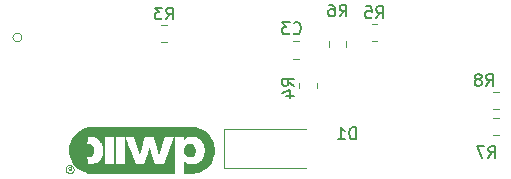
<source format=gbr>
%TF.GenerationSoftware,KiCad,Pcbnew,6.0.11-2627ca5db0~126~ubuntu22.04.1*%
%TF.CreationDate,2023-02-14T21:50:32-05:00*%
%TF.ProjectId,qwiic-interface,71776969-632d-4696-9e74-657266616365,2.0*%
%TF.SameCoordinates,Original*%
%TF.FileFunction,Legend,Bot*%
%TF.FilePolarity,Positive*%
%FSLAX46Y46*%
G04 Gerber Fmt 4.6, Leading zero omitted, Abs format (unit mm)*
G04 Created by KiCad (PCBNEW 6.0.11-2627ca5db0~126~ubuntu22.04.1) date 2023-02-14 21:50:32*
%MOMM*%
%LPD*%
G01*
G04 APERTURE LIST*
%ADD10C,0.150000*%
%ADD11C,0.120000*%
G04 APERTURE END LIST*
D10*
%TO.C,D1*%
X144238095Y-72352380D02*
X144238095Y-71352380D01*
X144000000Y-71352380D01*
X143857142Y-71400000D01*
X143761904Y-71495238D01*
X143714285Y-71590476D01*
X143666666Y-71780952D01*
X143666666Y-71923809D01*
X143714285Y-72114285D01*
X143761904Y-72209523D01*
X143857142Y-72304761D01*
X144000000Y-72352380D01*
X144238095Y-72352380D01*
X142714285Y-72352380D02*
X143285714Y-72352380D01*
X143000000Y-72352380D02*
X143000000Y-71352380D01*
X143095238Y-71495238D01*
X143190476Y-71590476D01*
X143285714Y-71638095D01*
%TO.C,R6*%
X142866666Y-61952380D02*
X143200000Y-61476190D01*
X143438095Y-61952380D02*
X143438095Y-60952380D01*
X143057142Y-60952380D01*
X142961904Y-61000000D01*
X142914285Y-61047619D01*
X142866666Y-61142857D01*
X142866666Y-61285714D01*
X142914285Y-61380952D01*
X142961904Y-61428571D01*
X143057142Y-61476190D01*
X143438095Y-61476190D01*
X142009523Y-60952380D02*
X142200000Y-60952380D01*
X142295238Y-61000000D01*
X142342857Y-61047619D01*
X142438095Y-61190476D01*
X142485714Y-61380952D01*
X142485714Y-61761904D01*
X142438095Y-61857142D01*
X142390476Y-61904761D01*
X142295238Y-61952380D01*
X142104761Y-61952380D01*
X142009523Y-61904761D01*
X141961904Y-61857142D01*
X141914285Y-61761904D01*
X141914285Y-61523809D01*
X141961904Y-61428571D01*
X142009523Y-61380952D01*
X142104761Y-61333333D01*
X142295238Y-61333333D01*
X142390476Y-61380952D01*
X142438095Y-61428571D01*
X142485714Y-61523809D01*
%TO.C,C3*%
X138966666Y-63357142D02*
X139014285Y-63404761D01*
X139157142Y-63452380D01*
X139252380Y-63452380D01*
X139395238Y-63404761D01*
X139490476Y-63309523D01*
X139538095Y-63214285D01*
X139585714Y-63023809D01*
X139585714Y-62880952D01*
X139538095Y-62690476D01*
X139490476Y-62595238D01*
X139395238Y-62500000D01*
X139252380Y-62452380D01*
X139157142Y-62452380D01*
X139014285Y-62500000D01*
X138966666Y-62547619D01*
X138633333Y-62452380D02*
X138014285Y-62452380D01*
X138347619Y-62833333D01*
X138204761Y-62833333D01*
X138109523Y-62880952D01*
X138061904Y-62928571D01*
X138014285Y-63023809D01*
X138014285Y-63261904D01*
X138061904Y-63357142D01*
X138109523Y-63404761D01*
X138204761Y-63452380D01*
X138490476Y-63452380D01*
X138585714Y-63404761D01*
X138633333Y-63357142D01*
%TO.C,R8*%
X155266666Y-67852380D02*
X155600000Y-67376190D01*
X155838095Y-67852380D02*
X155838095Y-66852380D01*
X155457142Y-66852380D01*
X155361904Y-66900000D01*
X155314285Y-66947619D01*
X155266666Y-67042857D01*
X155266666Y-67185714D01*
X155314285Y-67280952D01*
X155361904Y-67328571D01*
X155457142Y-67376190D01*
X155838095Y-67376190D01*
X154695238Y-67280952D02*
X154790476Y-67233333D01*
X154838095Y-67185714D01*
X154885714Y-67090476D01*
X154885714Y-67042857D01*
X154838095Y-66947619D01*
X154790476Y-66900000D01*
X154695238Y-66852380D01*
X154504761Y-66852380D01*
X154409523Y-66900000D01*
X154361904Y-66947619D01*
X154314285Y-67042857D01*
X154314285Y-67090476D01*
X154361904Y-67185714D01*
X154409523Y-67233333D01*
X154504761Y-67280952D01*
X154695238Y-67280952D01*
X154790476Y-67328571D01*
X154838095Y-67376190D01*
X154885714Y-67471428D01*
X154885714Y-67661904D01*
X154838095Y-67757142D01*
X154790476Y-67804761D01*
X154695238Y-67852380D01*
X154504761Y-67852380D01*
X154409523Y-67804761D01*
X154361904Y-67757142D01*
X154314285Y-67661904D01*
X154314285Y-67471428D01*
X154361904Y-67376190D01*
X154409523Y-67328571D01*
X154504761Y-67280952D01*
%TO.C,R5*%
X145966666Y-62102380D02*
X146300000Y-61626190D01*
X146538095Y-62102380D02*
X146538095Y-61102380D01*
X146157142Y-61102380D01*
X146061904Y-61150000D01*
X146014285Y-61197619D01*
X145966666Y-61292857D01*
X145966666Y-61435714D01*
X146014285Y-61530952D01*
X146061904Y-61578571D01*
X146157142Y-61626190D01*
X146538095Y-61626190D01*
X145061904Y-61102380D02*
X145538095Y-61102380D01*
X145585714Y-61578571D01*
X145538095Y-61530952D01*
X145442857Y-61483333D01*
X145204761Y-61483333D01*
X145109523Y-61530952D01*
X145061904Y-61578571D01*
X145014285Y-61673809D01*
X145014285Y-61911904D01*
X145061904Y-62007142D01*
X145109523Y-62054761D01*
X145204761Y-62102380D01*
X145442857Y-62102380D01*
X145538095Y-62054761D01*
X145585714Y-62007142D01*
%TO.C,R3*%
X128166666Y-62202380D02*
X128500000Y-61726190D01*
X128738095Y-62202380D02*
X128738095Y-61202380D01*
X128357142Y-61202380D01*
X128261904Y-61250000D01*
X128214285Y-61297619D01*
X128166666Y-61392857D01*
X128166666Y-61535714D01*
X128214285Y-61630952D01*
X128261904Y-61678571D01*
X128357142Y-61726190D01*
X128738095Y-61726190D01*
X127833333Y-61202380D02*
X127214285Y-61202380D01*
X127547619Y-61583333D01*
X127404761Y-61583333D01*
X127309523Y-61630952D01*
X127261904Y-61678571D01*
X127214285Y-61773809D01*
X127214285Y-62011904D01*
X127261904Y-62107142D01*
X127309523Y-62154761D01*
X127404761Y-62202380D01*
X127690476Y-62202380D01*
X127785714Y-62154761D01*
X127833333Y-62107142D01*
%TO.C,R4*%
X139002380Y-67833333D02*
X138526190Y-67500000D01*
X139002380Y-67261904D02*
X138002380Y-67261904D01*
X138002380Y-67642857D01*
X138050000Y-67738095D01*
X138097619Y-67785714D01*
X138192857Y-67833333D01*
X138335714Y-67833333D01*
X138430952Y-67785714D01*
X138478571Y-67738095D01*
X138526190Y-67642857D01*
X138526190Y-67261904D01*
X138335714Y-68690476D02*
X139002380Y-68690476D01*
X137954761Y-68452380D02*
X138669047Y-68214285D01*
X138669047Y-68833333D01*
%TO.C,R7*%
X155466666Y-73952380D02*
X155800000Y-73476190D01*
X156038095Y-73952380D02*
X156038095Y-72952380D01*
X155657142Y-72952380D01*
X155561904Y-73000000D01*
X155514285Y-73047619D01*
X155466666Y-73142857D01*
X155466666Y-73285714D01*
X155514285Y-73380952D01*
X155561904Y-73428571D01*
X155657142Y-73476190D01*
X156038095Y-73476190D01*
X155133333Y-72952380D02*
X154466666Y-72952380D01*
X154895238Y-73952380D01*
D11*
%TO.C,D1*%
X133100000Y-71450000D02*
X140000000Y-71450000D01*
X133100000Y-74750000D02*
X133100000Y-71450000D01*
X133100000Y-74750000D02*
X140000000Y-74750000D01*
%TO.C,J1*%
X115968800Y-63740001D02*
G75*
G03*
X115968800Y-63740001I-381000J0D01*
G01*
%TO.C,G\u002A\u002A\u002A*%
G36*
X125327760Y-75294949D02*
G01*
X121723301Y-75290456D01*
X121577787Y-75256992D01*
X121511560Y-75240929D01*
X121282442Y-75170522D01*
X121073643Y-75080848D01*
X120881541Y-74969893D01*
X120702515Y-74835644D01*
X120532944Y-74676088D01*
X120468150Y-74605841D01*
X120316492Y-74413616D01*
X120193007Y-74211296D01*
X120097428Y-73998217D01*
X120060825Y-73877264D01*
X121520152Y-73877264D01*
X121524207Y-74179225D01*
X121528263Y-74481185D01*
X121670791Y-74483357D01*
X121740522Y-74483301D01*
X121888558Y-74473380D01*
X121966356Y-74458680D01*
X123006053Y-74458680D01*
X123756201Y-74458680D01*
X123906231Y-74458680D01*
X124656378Y-74458680D01*
X124656378Y-72172924D01*
X124761399Y-72172924D01*
X124762358Y-72176205D01*
X124771627Y-72203022D01*
X124790117Y-72254971D01*
X124817059Y-72329930D01*
X124851682Y-72425776D01*
X124893217Y-72540387D01*
X124940895Y-72671642D01*
X124993946Y-72817418D01*
X125051600Y-72975593D01*
X125113088Y-73144044D01*
X125177639Y-73320650D01*
X125593880Y-74458680D01*
X125969045Y-74458662D01*
X126344211Y-74458645D01*
X126560776Y-73753296D01*
X126567681Y-73730830D01*
X126610237Y-73593355D01*
X126650230Y-73465813D01*
X126686783Y-73350887D01*
X126719022Y-73251261D01*
X126746069Y-73169618D01*
X126767049Y-73108642D01*
X126781085Y-73071018D01*
X126787301Y-73059428D01*
X126787459Y-73059653D01*
X126794327Y-73077711D01*
X126809063Y-73121436D01*
X126830767Y-73188005D01*
X126858540Y-73274598D01*
X126891482Y-73378394D01*
X126928693Y-73496572D01*
X126969273Y-73626313D01*
X127012321Y-73764794D01*
X127227382Y-74458680D01*
X127979532Y-74458164D01*
X128809288Y-72170730D01*
X128432966Y-72166716D01*
X128387162Y-72166284D01*
X128264550Y-72165882D01*
X128170354Y-72166927D01*
X128103397Y-72169459D01*
X128062502Y-72173513D01*
X128046491Y-72179129D01*
X128045019Y-72182716D01*
X128035793Y-72210678D01*
X128019290Y-72263600D01*
X127996335Y-72338746D01*
X127967753Y-72433379D01*
X127934368Y-72544761D01*
X127897005Y-72670157D01*
X127856487Y-72806828D01*
X127813641Y-72952038D01*
X127794917Y-73015488D01*
X127753143Y-73155898D01*
X127714046Y-73285758D01*
X127678439Y-73402461D01*
X127647137Y-73503396D01*
X127620952Y-73585954D01*
X127600699Y-73647526D01*
X127587191Y-73685502D01*
X127581242Y-73697274D01*
X127577751Y-73688487D01*
X127566400Y-73653487D01*
X127548327Y-73594717D01*
X127524417Y-73515151D01*
X127495555Y-73417762D01*
X127462627Y-73305525D01*
X127426517Y-73181414D01*
X127388111Y-73048403D01*
X127365850Y-72971065D01*
X127326615Y-72834958D01*
X127289211Y-72705456D01*
X127254715Y-72586265D01*
X127224200Y-72481093D01*
X127198740Y-72393643D01*
X127179410Y-72327623D01*
X127167285Y-72286738D01*
X127129888Y-72162699D01*
X126767936Y-72166715D01*
X126405983Y-72170730D01*
X126334015Y-72418279D01*
X126321243Y-72462211D01*
X126257987Y-72679727D01*
X126202463Y-72870430D01*
X126154137Y-73036008D01*
X126112475Y-73178148D01*
X126076944Y-73298538D01*
X126047010Y-73398866D01*
X126022139Y-73480817D01*
X126001797Y-73546080D01*
X125985450Y-73596342D01*
X125972565Y-73633291D01*
X125962608Y-73658612D01*
X125955044Y-73673995D01*
X125949341Y-73681126D01*
X125944964Y-73681692D01*
X125941380Y-73677381D01*
X125938054Y-73669880D01*
X125937058Y-73667172D01*
X125927736Y-73638375D01*
X125911065Y-73584364D01*
X125887921Y-73508064D01*
X125859181Y-73412401D01*
X125825721Y-73300299D01*
X125788417Y-73174685D01*
X125748147Y-73038484D01*
X125705786Y-72894622D01*
X125490861Y-72163228D01*
X125126130Y-72163228D01*
X125051598Y-72163433D01*
X124957990Y-72164327D01*
X124878092Y-72165831D01*
X124815978Y-72167838D01*
X124775723Y-72170238D01*
X124761399Y-72172924D01*
X124656378Y-72172924D01*
X124656378Y-72163228D01*
X123906231Y-72163228D01*
X123906231Y-74458680D01*
X123756201Y-74458680D01*
X123756201Y-72163228D01*
X123006053Y-72163228D01*
X123006053Y-74458680D01*
X121966356Y-74458680D01*
X122023355Y-74447910D01*
X122154806Y-74404633D01*
X122292804Y-74341288D01*
X122395942Y-74280602D01*
X122528169Y-74174264D01*
X122639063Y-74047284D01*
X122727186Y-73901117D01*
X122749802Y-73854168D01*
X122786463Y-73770678D01*
X122812950Y-73694904D01*
X122830828Y-73619322D01*
X122841665Y-73536404D01*
X122847027Y-73438624D01*
X122848481Y-73318456D01*
X122846435Y-73193817D01*
X122838716Y-73083694D01*
X122823640Y-72988184D01*
X122799532Y-72899523D01*
X122764714Y-72809946D01*
X122717510Y-72711685D01*
X122693826Y-72669040D01*
X122610372Y-72551248D01*
X122507114Y-72440846D01*
X122391484Y-72345154D01*
X122270909Y-72271496D01*
X122244154Y-72258417D01*
X122119289Y-72206065D01*
X121996286Y-72170945D01*
X121865129Y-72150740D01*
X121715799Y-72143134D01*
X121528263Y-72140724D01*
X121524207Y-72452035D01*
X121520152Y-72763346D01*
X121636730Y-72763676D01*
X121702389Y-72766503D01*
X121788686Y-72783063D01*
X121863427Y-72817564D01*
X121936316Y-72873563D01*
X122005203Y-72954933D01*
X122055902Y-73054932D01*
X122087947Y-73167864D01*
X122101174Y-73288307D01*
X122095418Y-73410835D01*
X122070513Y-73530025D01*
X122026295Y-73640453D01*
X121962598Y-73736694D01*
X121917673Y-73782655D01*
X121846304Y-73829614D01*
X121760010Y-73858169D01*
X121652779Y-73870923D01*
X121520152Y-73877264D01*
X120060825Y-73877264D01*
X120029488Y-73773713D01*
X119988920Y-73537120D01*
X119975457Y-73287771D01*
X119976224Y-73225571D01*
X119993605Y-72999332D01*
X120034988Y-72785665D01*
X120101830Y-72578507D01*
X120195590Y-72371795D01*
X120225444Y-72316073D01*
X120356636Y-72109895D01*
X120509507Y-71923936D01*
X120682893Y-71759089D01*
X120875626Y-71616246D01*
X121086544Y-71496299D01*
X121314480Y-71400139D01*
X121558268Y-71328659D01*
X121568591Y-71326357D01*
X121582019Y-71323781D01*
X121597644Y-71321383D01*
X121616496Y-71319155D01*
X121639605Y-71317092D01*
X121668000Y-71315187D01*
X121702712Y-71313434D01*
X121744771Y-71311827D01*
X121795207Y-71310359D01*
X121855050Y-71309024D01*
X121925329Y-71307816D01*
X122007074Y-71306728D01*
X122101316Y-71305755D01*
X122209085Y-71304889D01*
X122331410Y-71304125D01*
X122469322Y-71303456D01*
X122623850Y-71302876D01*
X122796024Y-71302379D01*
X122986875Y-71301958D01*
X123197432Y-71301607D01*
X123428725Y-71301320D01*
X123681785Y-71301090D01*
X123957641Y-71300911D01*
X124257322Y-71300777D01*
X124581860Y-71300682D01*
X124932284Y-71300618D01*
X125309624Y-71300581D01*
X125714910Y-71300563D01*
X126149172Y-71300558D01*
X130620052Y-71300558D01*
X130781693Y-71341614D01*
X130879377Y-71368641D01*
X131107500Y-71451330D01*
X131318181Y-71557568D01*
X131513682Y-71688602D01*
X131696268Y-71845680D01*
X131857447Y-72018229D01*
X132001490Y-72212829D01*
X132118505Y-72420282D01*
X132208740Y-72641099D01*
X132272439Y-72875794D01*
X132309849Y-73124879D01*
X132316603Y-73346464D01*
X132295959Y-73574736D01*
X132248514Y-73804446D01*
X132174940Y-74031096D01*
X132134268Y-74128057D01*
X132025006Y-74334120D01*
X131891941Y-74524844D01*
X131737348Y-74698538D01*
X131563499Y-74853511D01*
X131372669Y-74988069D01*
X131167133Y-75100521D01*
X130949164Y-75189176D01*
X130721037Y-75252341D01*
X130485026Y-75288325D01*
X130468673Y-75289333D01*
X130420897Y-75291004D01*
X130351235Y-75292633D01*
X130264714Y-75294126D01*
X130166358Y-75295388D01*
X130061192Y-75296324D01*
X129697371Y-75298846D01*
X129697371Y-74176747D01*
X129786224Y-74263690D01*
X129805138Y-74281594D01*
X129925341Y-74371648D01*
X130061240Y-74436425D01*
X130211876Y-74475560D01*
X130376288Y-74488686D01*
X130531992Y-74479259D01*
X130704023Y-74443592D01*
X130867601Y-74380591D01*
X130994967Y-74305237D01*
X131117510Y-74201092D01*
X131223052Y-74075939D01*
X131307851Y-73933577D01*
X131340957Y-73862770D01*
X131377714Y-73770394D01*
X131404761Y-73678894D01*
X131424980Y-73577981D01*
X131441251Y-73457368D01*
X131449523Y-73329927D01*
X131443287Y-73159980D01*
X131419059Y-72992271D01*
X131378104Y-72834867D01*
X131321690Y-72695833D01*
X131237170Y-72554445D01*
X131126522Y-72422932D01*
X130996873Y-72314017D01*
X130849647Y-72228882D01*
X130686267Y-72168708D01*
X130684068Y-72168106D01*
X130598047Y-72151599D01*
X130495438Y-72142442D01*
X130385407Y-72140507D01*
X130277121Y-72145668D01*
X130179747Y-72157798D01*
X130102450Y-72176772D01*
X130022992Y-72208277D01*
X129893222Y-72281093D01*
X129776136Y-72377977D01*
X129697371Y-72454761D01*
X129697371Y-72163228D01*
X128932220Y-72163228D01*
X128932220Y-75299442D01*
X125327760Y-75294949D01*
G37*
G36*
X120398100Y-75065987D02*
G01*
X120344412Y-75148643D01*
X120270392Y-75216994D01*
X120177997Y-75266283D01*
X120162597Y-75271046D01*
X120099550Y-75278797D01*
X120025264Y-75275866D01*
X119952120Y-75263298D01*
X119892499Y-75242142D01*
X119802888Y-75181067D01*
X119737291Y-75102806D01*
X119697174Y-75009073D01*
X119683980Y-74905826D01*
X119764154Y-74905826D01*
X119778637Y-74986542D01*
X119815141Y-75061234D01*
X119872344Y-75124417D01*
X119948925Y-75170604D01*
X119958065Y-75174238D01*
X120045066Y-75191985D01*
X120132356Y-75181931D01*
X120214523Y-75145465D01*
X120286157Y-75083979D01*
X120312055Y-75048315D01*
X120343161Y-74970726D01*
X120350844Y-74886595D01*
X120334899Y-74804086D01*
X120295117Y-74731363D01*
X120242431Y-74678135D01*
X120164558Y-74632213D01*
X120080102Y-74612049D01*
X119994103Y-74617893D01*
X119911601Y-74649995D01*
X119837634Y-74708606D01*
X119806534Y-74748263D01*
X119773012Y-74824571D01*
X119764154Y-74905826D01*
X119683980Y-74905826D01*
X119683397Y-74901267D01*
X119683697Y-74870288D01*
X119688500Y-74814477D01*
X119701722Y-74768214D01*
X119726679Y-74717416D01*
X119746838Y-74684859D01*
X119784669Y-74635563D01*
X119820694Y-74600114D01*
X119884201Y-74560531D01*
X119979614Y-74527903D01*
X120077598Y-74521302D01*
X120173271Y-74539606D01*
X120261746Y-74581691D01*
X120338141Y-74646436D01*
X120397572Y-74732716D01*
X120417576Y-74779802D01*
X120436641Y-74876807D01*
X120435920Y-74886595D01*
X120429495Y-74973789D01*
X120398100Y-75065987D01*
G37*
G36*
X120162994Y-75073801D02*
G01*
X120140899Y-75071339D01*
X120128289Y-75056802D01*
X120125486Y-75021291D01*
X120123102Y-74986462D01*
X120110634Y-74971684D01*
X120080235Y-74968781D01*
X120057860Y-74970663D01*
X120031894Y-74985325D01*
X120009943Y-75021291D01*
X119993688Y-75050512D01*
X119970531Y-75069354D01*
X119934285Y-75073801D01*
X119924008Y-75073758D01*
X119900241Y-75071394D01*
X119893939Y-75061321D01*
X119905046Y-75037934D01*
X119933505Y-74995632D01*
X119935777Y-74992344D01*
X119952323Y-74964873D01*
X119950904Y-74946814D01*
X119931045Y-74924368D01*
X119920844Y-74911427D01*
X119903497Y-74864032D01*
X119902000Y-74825570D01*
X119975891Y-74825570D01*
X119984563Y-74860009D01*
X120012503Y-74880324D01*
X120063252Y-74890878D01*
X120125486Y-74895491D01*
X120125486Y-74772017D01*
X120063252Y-74776630D01*
X120035702Y-74780494D01*
X119993955Y-74797987D01*
X119975891Y-74825570D01*
X119902000Y-74825570D01*
X119901336Y-74808500D01*
X119915622Y-74758409D01*
X119931079Y-74741120D01*
X119976227Y-74718773D01*
X120041678Y-74704121D01*
X120121736Y-74698811D01*
X120200501Y-74698727D01*
X120200501Y-75073801D01*
X120162994Y-75073801D01*
G37*
G36*
X130216195Y-72748723D02*
G01*
X130325381Y-72763016D01*
X130419322Y-72799615D01*
X130504256Y-72860771D01*
X130543087Y-72898988D01*
X130612271Y-72992935D01*
X130658252Y-73101107D01*
X130681936Y-73226073D01*
X130684229Y-73370398D01*
X130677606Y-73441710D01*
X130647607Y-73571000D01*
X130595735Y-73680514D01*
X130522457Y-73769605D01*
X130428240Y-73837626D01*
X130313552Y-73883929D01*
X130294513Y-73888470D01*
X130230649Y-73896818D01*
X130168666Y-73897267D01*
X130111163Y-73890526D01*
X130000162Y-73860825D01*
X129907783Y-73808996D01*
X129830959Y-73733009D01*
X129766623Y-73630830D01*
X129750225Y-73598017D01*
X129727507Y-73546358D01*
X129713704Y-73499624D01*
X129705835Y-73446172D01*
X129700915Y-73374358D01*
X129699361Y-73292999D01*
X129711780Y-73160950D01*
X129744781Y-73047498D01*
X129799398Y-72949642D01*
X129876663Y-72864383D01*
X129899252Y-72845064D01*
X129985705Y-72789556D01*
X130081029Y-72758203D01*
X130192468Y-72748343D01*
X130216195Y-72748723D01*
G37*
%TO.C,R6*%
X143435000Y-64072936D02*
X143435000Y-64527064D01*
X141965000Y-64072936D02*
X141965000Y-64527064D01*
%TO.C,C3*%
X138938748Y-65535000D02*
X139461252Y-65535000D01*
X138938748Y-64065000D02*
X139461252Y-64065000D01*
%TO.C,R8*%
X156327064Y-69835000D02*
X155872936Y-69835000D01*
X156327064Y-68365000D02*
X155872936Y-68365000D01*
%TO.C,R5*%
X146027064Y-62565000D02*
X145572936Y-62565000D01*
X146027064Y-64035000D02*
X145572936Y-64035000D01*
%TO.C,R3*%
X128227064Y-64135000D02*
X127772936Y-64135000D01*
X128227064Y-62665000D02*
X127772936Y-62665000D01*
%TO.C,R4*%
X139465000Y-67572936D02*
X139465000Y-68027064D01*
X140935000Y-67572936D02*
X140935000Y-68027064D01*
%TO.C,R7*%
X156327064Y-70565000D02*
X155872936Y-70565000D01*
X156327064Y-72035000D02*
X155872936Y-72035000D01*
%TD*%
M02*

</source>
